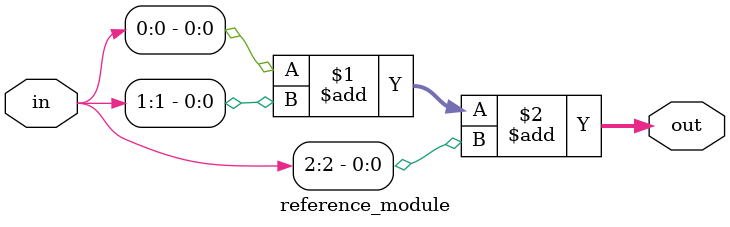
<source format=sv>
module reference_module (
	input [2:0] in,
	output [1:0] out
);

	assign out = in[0]+in[1]+in[2];
	
endmodule

</source>
